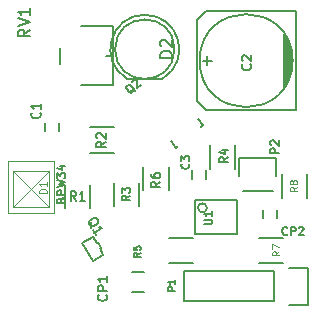
<source format=gto>
G04 #@! TF.FileFunction,Legend,Top*
%FSLAX46Y46*%
G04 Gerber Fmt 4.6, Leading zero omitted, Abs format (unit mm)*
G04 Created by KiCad (PCBNEW 4.0.0-rc1-stable) date Mon 04 Apr 2016 11:20:45 PM PDT*
%MOMM*%
G01*
G04 APERTURE LIST*
%ADD10C,0.100000*%
%ADD11C,0.150000*%
%ADD12C,0.175000*%
%ADD13C,0.200000*%
G04 APERTURE END LIST*
D10*
D11*
X180976275Y-123787019D02*
X181426895Y-124324047D01*
X181426895Y-124324047D02*
X181236211Y-124484050D01*
X179282752Y-126123197D02*
X179129037Y-126252178D01*
X179129037Y-126252178D02*
X178678418Y-125715151D01*
X184258000Y-130697000D02*
X184258000Y-133523000D01*
X184258000Y-133523000D02*
X180702000Y-133523000D01*
X180702000Y-133523000D02*
X180702000Y-130697000D01*
X180702000Y-130697000D02*
X184258000Y-130697000D01*
X181718000Y-131332000D02*
G75*
G03X181718000Y-131332000I-381000J0D01*
G01*
X186440000Y-132180000D02*
X186440000Y-131480000D01*
X187640000Y-131480000D02*
X187640000Y-132180000D01*
X175370000Y-138440000D02*
X176370000Y-138440000D01*
X176370000Y-136740000D02*
X175370000Y-136740000D01*
X168030000Y-124840000D02*
X168030000Y-124140000D01*
X169230000Y-124140000D02*
X169230000Y-124840000D01*
X188850000Y-119886000D02*
X188850000Y-117854000D01*
X188723000Y-117473000D02*
X188723000Y-120267000D01*
X188596000Y-120521000D02*
X188596000Y-117219000D01*
X188469000Y-116965000D02*
X188469000Y-120775000D01*
X188342000Y-116838000D02*
X188342000Y-120902000D01*
X188215000Y-121156000D02*
X188215000Y-116584000D01*
X189231000Y-123061000D02*
X189231000Y-114679000D01*
X189231000Y-114679000D02*
X181611000Y-114679000D01*
X181611000Y-114679000D02*
X180849000Y-115441000D01*
X180849000Y-115441000D02*
X180849000Y-122299000D01*
X180849000Y-122299000D02*
X181611000Y-123061000D01*
X181611000Y-123061000D02*
X189231000Y-123061000D01*
X181357000Y-118870000D02*
X182119000Y-118870000D01*
X181738000Y-119251000D02*
X181738000Y-118489000D01*
X188977000Y-118870000D02*
G75*
G03X188977000Y-118870000I-3937000J0D01*
G01*
X181620000Y-128150000D02*
X181620000Y-128850000D01*
X180420000Y-128850000D02*
X180420000Y-128150000D01*
D10*
X168790720Y-127360020D02*
X168790720Y-131759300D01*
X168790720Y-131759300D02*
X164889280Y-131759300D01*
X164889280Y-131759300D02*
X164889280Y-127360020D01*
X164889280Y-127360000D02*
X168790720Y-127360000D01*
X165338860Y-128238860D02*
X168341140Y-131241140D01*
X168341140Y-128238860D02*
X165338860Y-131241140D01*
X168341140Y-128238860D02*
X168341140Y-131241140D01*
X168341140Y-131241140D02*
X165338860Y-131241140D01*
X165338860Y-131241140D02*
X165338860Y-128238860D01*
X165338860Y-128238860D02*
X168341140Y-128238860D01*
D11*
X177984904Y-120384888D02*
G75*
G03X174960000Y-120400000I-1524904J2484888D01*
G01*
X177960000Y-120400000D02*
X174960000Y-120400000D01*
X178977936Y-117900000D02*
G75*
G03X178977936Y-117900000I-2517936J0D01*
G01*
X171825000Y-129360000D02*
X171825000Y-131360000D01*
X169675000Y-131360000D02*
X169675000Y-129360000D01*
X171820000Y-124505000D02*
X173820000Y-124505000D01*
X173820000Y-126655000D02*
X171820000Y-126655000D01*
X173835000Y-131190000D02*
X173835000Y-129190000D01*
X175985000Y-129190000D02*
X175985000Y-131190000D01*
X184115000Y-126020000D02*
X184115000Y-128020000D01*
X181965000Y-128020000D02*
X181965000Y-126020000D01*
X180530000Y-136015000D02*
X178530000Y-136015000D01*
X178530000Y-133865000D02*
X180530000Y-133865000D01*
X176345000Y-129860000D02*
X176345000Y-127860000D01*
X178495000Y-127860000D02*
X178495000Y-129860000D01*
X188140000Y-136035000D02*
X186140000Y-136035000D01*
X186140000Y-133885000D02*
X188140000Y-133885000D01*
X190195000Y-128460000D02*
X190195000Y-130460000D01*
X188045000Y-130460000D02*
X188045000Y-128460000D01*
X173780240Y-118460000D02*
X173180800Y-118460000D01*
X173780240Y-120959360D02*
X173780240Y-115960640D01*
X169279360Y-119161040D02*
X169279360Y-117758960D01*
X171080220Y-120959360D02*
X173780240Y-120959360D01*
X173780240Y-115960640D02*
X171080220Y-115960640D01*
X187570000Y-127110000D02*
X187570000Y-128660000D01*
X184470000Y-128660000D02*
X184470000Y-127110000D01*
X184470000Y-127110000D02*
X187570000Y-127110000D01*
X184750000Y-129930000D02*
X187290000Y-129930000D01*
X187420000Y-136710000D02*
X179800000Y-136710000D01*
X187420000Y-139250000D02*
X179800000Y-139250000D01*
X190240000Y-139530000D02*
X188690000Y-139530000D01*
X179800000Y-136710000D02*
X179800000Y-139250000D01*
X187420000Y-139250000D02*
X187420000Y-136710000D01*
X188690000Y-136430000D02*
X190240000Y-136430000D01*
X190240000Y-136430000D02*
X190240000Y-139530000D01*
X172380750Y-134324174D02*
X172063250Y-133774247D01*
X172063250Y-133774247D02*
X171183368Y-134282247D01*
X172072368Y-135822041D02*
X172952250Y-135314041D01*
X172952250Y-135314041D02*
X172634750Y-134764114D01*
X172490735Y-134260674D02*
X172380750Y-134324174D01*
X172634750Y-134764114D02*
X172744735Y-134700614D01*
X171183368Y-134282247D02*
X172072368Y-135822041D01*
X172744735Y-134700614D02*
X172490735Y-134260674D01*
D12*
X175682984Y-121393679D02*
X175610489Y-121410996D01*
X175516566Y-121402779D01*
X175375683Y-121390454D01*
X175303187Y-121407772D01*
X175252118Y-121450624D01*
X175384784Y-121556872D02*
X175312287Y-121574189D01*
X175218366Y-121565972D01*
X175107125Y-121485259D01*
X174957142Y-121306516D01*
X174896972Y-121182950D01*
X174905189Y-121089028D01*
X174934833Y-121020641D01*
X175036972Y-120934936D01*
X175109467Y-120917618D01*
X175203390Y-120925835D01*
X175314629Y-121006548D01*
X175464613Y-121185292D01*
X175524784Y-121308857D01*
X175516566Y-121402779D01*
X175486923Y-121471167D01*
X175384784Y-121556872D01*
X175411776Y-120707464D02*
X175415885Y-120660503D01*
X175445528Y-120592116D01*
X175573203Y-120484985D01*
X175645699Y-120467667D01*
X175692659Y-120471775D01*
X175761046Y-120501419D01*
X175803899Y-120552489D01*
X175842643Y-120650519D01*
X175793341Y-121214052D01*
X176125293Y-120935511D01*
D11*
X181456667Y-132723333D02*
X182023333Y-132723333D01*
X182090000Y-132690000D01*
X182123333Y-132656667D01*
X182156667Y-132590000D01*
X182156667Y-132456667D01*
X182123333Y-132390000D01*
X182090000Y-132356667D01*
X182023333Y-132323333D01*
X181456667Y-132323333D01*
X182156667Y-131623334D02*
X182156667Y-132023334D01*
X182156667Y-131823334D02*
X181456667Y-131823334D01*
X181556667Y-131890000D01*
X181623333Y-131956667D01*
X181656667Y-132023334D01*
D12*
X188543334Y-133580000D02*
X188510000Y-133613333D01*
X188410000Y-133646667D01*
X188343334Y-133646667D01*
X188243334Y-133613333D01*
X188176667Y-133546667D01*
X188143334Y-133480000D01*
X188110000Y-133346667D01*
X188110000Y-133246667D01*
X188143334Y-133113333D01*
X188176667Y-133046667D01*
X188243334Y-132980000D01*
X188343334Y-132946667D01*
X188410000Y-132946667D01*
X188510000Y-132980000D01*
X188543334Y-133013333D01*
X188843334Y-133646667D02*
X188843334Y-132946667D01*
X189110000Y-132946667D01*
X189176667Y-132980000D01*
X189210000Y-133013333D01*
X189243334Y-133080000D01*
X189243334Y-133180000D01*
X189210000Y-133246667D01*
X189176667Y-133280000D01*
X189110000Y-133313333D01*
X188843334Y-133313333D01*
X189510000Y-133013333D02*
X189543334Y-132980000D01*
X189610000Y-132946667D01*
X189776667Y-132946667D01*
X189843334Y-132980000D01*
X189876667Y-133013333D01*
X189910000Y-133080000D01*
X189910000Y-133146667D01*
X189876667Y-133246667D01*
X189476667Y-133646667D01*
X189910000Y-133646667D01*
D11*
X173205714Y-138683333D02*
X173243810Y-138721428D01*
X173281905Y-138835714D01*
X173281905Y-138911904D01*
X173243810Y-139026190D01*
X173167619Y-139102381D01*
X173091429Y-139140476D01*
X172939048Y-139178571D01*
X172824762Y-139178571D01*
X172672381Y-139140476D01*
X172596190Y-139102381D01*
X172520000Y-139026190D01*
X172481905Y-138911904D01*
X172481905Y-138835714D01*
X172520000Y-138721428D01*
X172558095Y-138683333D01*
X173281905Y-138340476D02*
X172481905Y-138340476D01*
X172481905Y-138035714D01*
X172520000Y-137959523D01*
X172558095Y-137921428D01*
X172634286Y-137883333D01*
X172748571Y-137883333D01*
X172824762Y-137921428D01*
X172862857Y-137959523D01*
X172900952Y-138035714D01*
X172900952Y-138340476D01*
X173281905Y-137121428D02*
X173281905Y-137578571D01*
X173281905Y-137350000D02*
X172481905Y-137350000D01*
X172596190Y-137426190D01*
X172672381Y-137502381D01*
X172710476Y-137578571D01*
X167555714Y-123263333D02*
X167593810Y-123301428D01*
X167631905Y-123415714D01*
X167631905Y-123491904D01*
X167593810Y-123606190D01*
X167517619Y-123682381D01*
X167441429Y-123720476D01*
X167289048Y-123758571D01*
X167174762Y-123758571D01*
X167022381Y-123720476D01*
X166946190Y-123682381D01*
X166870000Y-123606190D01*
X166831905Y-123491904D01*
X166831905Y-123415714D01*
X166870000Y-123301428D01*
X166908095Y-123263333D01*
X167631905Y-122501428D02*
X167631905Y-122958571D01*
X167631905Y-122730000D02*
X166831905Y-122730000D01*
X166946190Y-122806190D01*
X167022381Y-122882381D01*
X167060476Y-122958571D01*
X185385714Y-119163333D02*
X185423810Y-119201428D01*
X185461905Y-119315714D01*
X185461905Y-119391904D01*
X185423810Y-119506190D01*
X185347619Y-119582381D01*
X185271429Y-119620476D01*
X185119048Y-119658571D01*
X185004762Y-119658571D01*
X184852381Y-119620476D01*
X184776190Y-119582381D01*
X184700000Y-119506190D01*
X184661905Y-119391904D01*
X184661905Y-119315714D01*
X184700000Y-119201428D01*
X184738095Y-119163333D01*
X184738095Y-118858571D02*
X184700000Y-118820476D01*
X184661905Y-118744285D01*
X184661905Y-118553809D01*
X184700000Y-118477619D01*
X184738095Y-118439523D01*
X184814286Y-118401428D01*
X184890476Y-118401428D01*
X185004762Y-118439523D01*
X185461905Y-118896666D01*
X185461905Y-118401428D01*
D12*
X180170000Y-127596666D02*
X180203333Y-127630000D01*
X180236667Y-127730000D01*
X180236667Y-127796666D01*
X180203333Y-127896666D01*
X180136667Y-127963333D01*
X180070000Y-127996666D01*
X179936667Y-128030000D01*
X179836667Y-128030000D01*
X179703333Y-127996666D01*
X179636667Y-127963333D01*
X179570000Y-127896666D01*
X179536667Y-127796666D01*
X179536667Y-127730000D01*
X179570000Y-127630000D01*
X179603333Y-127596666D01*
X179536667Y-127363333D02*
X179536667Y-126930000D01*
X179803333Y-127163333D01*
X179803333Y-127063333D01*
X179836667Y-126996666D01*
X179870000Y-126963333D01*
X179936667Y-126930000D01*
X180103333Y-126930000D01*
X180170000Y-126963333D01*
X180203333Y-126996666D01*
X180236667Y-127063333D01*
X180236667Y-127263333D01*
X180203333Y-127330000D01*
X180170000Y-127363333D01*
D10*
X168141429Y-130082857D02*
X167541429Y-130082857D01*
X167541429Y-129940000D01*
X167570000Y-129854285D01*
X167627143Y-129797143D01*
X167684286Y-129768571D01*
X167798571Y-129740000D01*
X167884286Y-129740000D01*
X167998571Y-129768571D01*
X168055714Y-129797143D01*
X168112857Y-129854285D01*
X168141429Y-129940000D01*
X168141429Y-130082857D01*
X168141429Y-129168571D02*
X168141429Y-129511428D01*
X168141429Y-129340000D02*
X167541429Y-129340000D01*
X167627143Y-129397143D01*
X167684286Y-129454285D01*
X167712857Y-129511428D01*
D12*
X169360000Y-130706667D02*
X169393333Y-130606667D01*
X169426667Y-130573334D01*
X169493333Y-130540000D01*
X169593333Y-130540000D01*
X169660000Y-130573334D01*
X169693333Y-130606667D01*
X169726667Y-130673334D01*
X169726667Y-130940000D01*
X169026667Y-130940000D01*
X169026667Y-130706667D01*
X169060000Y-130640000D01*
X169093333Y-130606667D01*
X169160000Y-130573334D01*
X169226667Y-130573334D01*
X169293333Y-130606667D01*
X169326667Y-130640000D01*
X169360000Y-130706667D01*
X169360000Y-130940000D01*
X169726667Y-130240000D02*
X169026667Y-130240000D01*
X169026667Y-129973334D01*
X169060000Y-129906667D01*
X169093333Y-129873334D01*
X169160000Y-129840000D01*
X169260000Y-129840000D01*
X169326667Y-129873334D01*
X169360000Y-129906667D01*
X169393333Y-129973334D01*
X169393333Y-130240000D01*
X169026667Y-129606667D02*
X169726667Y-129440000D01*
X169226667Y-129306667D01*
X169726667Y-129173334D01*
X169026667Y-129006667D01*
X169026667Y-128806667D02*
X169026667Y-128373334D01*
X169293333Y-128606667D01*
X169293333Y-128506667D01*
X169326667Y-128440000D01*
X169360000Y-128406667D01*
X169426667Y-128373334D01*
X169593333Y-128373334D01*
X169660000Y-128406667D01*
X169693333Y-128440000D01*
X169726667Y-128506667D01*
X169726667Y-128706667D01*
X169693333Y-128773334D01*
X169660000Y-128806667D01*
X169260000Y-127773333D02*
X169726667Y-127773333D01*
X168993333Y-127940000D02*
X169493333Y-128106667D01*
X169493333Y-127673333D01*
D11*
X178762381Y-118618095D02*
X177762381Y-118618095D01*
X177762381Y-118380000D01*
X177810000Y-118237142D01*
X177905238Y-118141904D01*
X178000476Y-118094285D01*
X178190952Y-118046666D01*
X178333810Y-118046666D01*
X178524286Y-118094285D01*
X178619524Y-118141904D01*
X178714762Y-118237142D01*
X178762381Y-118380000D01*
X178762381Y-118618095D01*
X177857619Y-117665714D02*
X177810000Y-117618095D01*
X177762381Y-117522857D01*
X177762381Y-117284761D01*
X177810000Y-117189523D01*
X177857619Y-117141904D01*
X177952857Y-117094285D01*
X178048095Y-117094285D01*
X178190952Y-117141904D01*
X178762381Y-117713333D01*
X178762381Y-117094285D01*
X170636667Y-130741905D02*
X170370000Y-130360952D01*
X170179524Y-130741905D02*
X170179524Y-129941905D01*
X170484286Y-129941905D01*
X170560477Y-129980000D01*
X170598572Y-130018095D01*
X170636667Y-130094286D01*
X170636667Y-130208571D01*
X170598572Y-130284762D01*
X170560477Y-130322857D01*
X170484286Y-130360952D01*
X170179524Y-130360952D01*
X171398572Y-130741905D02*
X170941429Y-130741905D01*
X171170000Y-130741905D02*
X171170000Y-129941905D01*
X171093810Y-130056190D01*
X171017619Y-130132381D01*
X170941429Y-130170476D01*
X173161905Y-125743333D02*
X172780952Y-126010000D01*
X173161905Y-126200476D02*
X172361905Y-126200476D01*
X172361905Y-125895714D01*
X172400000Y-125819523D01*
X172438095Y-125781428D01*
X172514286Y-125743333D01*
X172628571Y-125743333D01*
X172704762Y-125781428D01*
X172742857Y-125819523D01*
X172780952Y-125895714D01*
X172780952Y-126200476D01*
X172438095Y-125438571D02*
X172400000Y-125400476D01*
X172361905Y-125324285D01*
X172361905Y-125133809D01*
X172400000Y-125057619D01*
X172438095Y-125019523D01*
X172514286Y-124981428D01*
X172590476Y-124981428D01*
X172704762Y-125019523D01*
X173161905Y-125476666D01*
X173161905Y-124981428D01*
D12*
X175216667Y-130296666D02*
X174883333Y-130530000D01*
X175216667Y-130696666D02*
X174516667Y-130696666D01*
X174516667Y-130430000D01*
X174550000Y-130363333D01*
X174583333Y-130330000D01*
X174650000Y-130296666D01*
X174750000Y-130296666D01*
X174816667Y-130330000D01*
X174850000Y-130363333D01*
X174883333Y-130430000D01*
X174883333Y-130696666D01*
X174516667Y-130063333D02*
X174516667Y-129630000D01*
X174783333Y-129863333D01*
X174783333Y-129763333D01*
X174816667Y-129696666D01*
X174850000Y-129663333D01*
X174916667Y-129630000D01*
X175083333Y-129630000D01*
X175150000Y-129663333D01*
X175183333Y-129696666D01*
X175216667Y-129763333D01*
X175216667Y-129963333D01*
X175183333Y-130030000D01*
X175150000Y-130063333D01*
X183476667Y-127026666D02*
X183143333Y-127260000D01*
X183476667Y-127426666D02*
X182776667Y-127426666D01*
X182776667Y-127160000D01*
X182810000Y-127093333D01*
X182843333Y-127060000D01*
X182910000Y-127026666D01*
X183010000Y-127026666D01*
X183076667Y-127060000D01*
X183110000Y-127093333D01*
X183143333Y-127160000D01*
X183143333Y-127426666D01*
X183010000Y-126426666D02*
X183476667Y-126426666D01*
X182743333Y-126593333D02*
X183243333Y-126760000D01*
X183243333Y-126326666D01*
D11*
X176121429Y-135160000D02*
X175835714Y-135360000D01*
X176121429Y-135502857D02*
X175521429Y-135502857D01*
X175521429Y-135274285D01*
X175550000Y-135217143D01*
X175578571Y-135188571D01*
X175635714Y-135160000D01*
X175721429Y-135160000D01*
X175778571Y-135188571D01*
X175807143Y-135217143D01*
X175835714Y-135274285D01*
X175835714Y-135502857D01*
X175521429Y-134617143D02*
X175521429Y-134902857D01*
X175807143Y-134931428D01*
X175778571Y-134902857D01*
X175750000Y-134845714D01*
X175750000Y-134702857D01*
X175778571Y-134645714D01*
X175807143Y-134617143D01*
X175864286Y-134588571D01*
X176007143Y-134588571D01*
X176064286Y-134617143D01*
X176092857Y-134645714D01*
X176121429Y-134702857D01*
X176121429Y-134845714D01*
X176092857Y-134902857D01*
X176064286Y-134931428D01*
D13*
X177761905Y-129133333D02*
X177380952Y-129400000D01*
X177761905Y-129590476D02*
X176961905Y-129590476D01*
X176961905Y-129285714D01*
X177000000Y-129209523D01*
X177038095Y-129171428D01*
X177114286Y-129133333D01*
X177228571Y-129133333D01*
X177304762Y-129171428D01*
X177342857Y-129209523D01*
X177380952Y-129285714D01*
X177380952Y-129590476D01*
X176961905Y-128447619D02*
X176961905Y-128600000D01*
X177000000Y-128676190D01*
X177038095Y-128714285D01*
X177152381Y-128790476D01*
X177304762Y-128828571D01*
X177609524Y-128828571D01*
X177685714Y-128790476D01*
X177723810Y-128752381D01*
X177761905Y-128676190D01*
X177761905Y-128523809D01*
X177723810Y-128447619D01*
X177685714Y-128409523D01*
X177609524Y-128371428D01*
X177419048Y-128371428D01*
X177342857Y-128409523D01*
X177304762Y-128447619D01*
X177266667Y-128523809D01*
X177266667Y-128676190D01*
X177304762Y-128752381D01*
X177342857Y-128790476D01*
X177419048Y-128828571D01*
D10*
X187861429Y-135010000D02*
X187575714Y-135210000D01*
X187861429Y-135352857D02*
X187261429Y-135352857D01*
X187261429Y-135124285D01*
X187290000Y-135067143D01*
X187318571Y-135038571D01*
X187375714Y-135010000D01*
X187461429Y-135010000D01*
X187518571Y-135038571D01*
X187547143Y-135067143D01*
X187575714Y-135124285D01*
X187575714Y-135352857D01*
X187261429Y-134810000D02*
X187261429Y-134410000D01*
X187861429Y-134667143D01*
X189341429Y-129580000D02*
X189055714Y-129780000D01*
X189341429Y-129922857D02*
X188741429Y-129922857D01*
X188741429Y-129694285D01*
X188770000Y-129637143D01*
X188798571Y-129608571D01*
X188855714Y-129580000D01*
X188941429Y-129580000D01*
X188998571Y-129608571D01*
X189027143Y-129637143D01*
X189055714Y-129694285D01*
X189055714Y-129922857D01*
X188998571Y-129237143D02*
X188970000Y-129294285D01*
X188941429Y-129322857D01*
X188884286Y-129351428D01*
X188855714Y-129351428D01*
X188798571Y-129322857D01*
X188770000Y-129294285D01*
X188741429Y-129237143D01*
X188741429Y-129122857D01*
X188770000Y-129065714D01*
X188798571Y-129037143D01*
X188855714Y-129008571D01*
X188884286Y-129008571D01*
X188941429Y-129037143D01*
X188970000Y-129065714D01*
X188998571Y-129122857D01*
X188998571Y-129237143D01*
X189027143Y-129294285D01*
X189055714Y-129322857D01*
X189112857Y-129351428D01*
X189227143Y-129351428D01*
X189284286Y-129322857D01*
X189312857Y-129294285D01*
X189341429Y-129237143D01*
X189341429Y-129122857D01*
X189312857Y-129065714D01*
X189284286Y-129037143D01*
X189227143Y-129008571D01*
X189112857Y-129008571D01*
X189055714Y-129037143D01*
X189027143Y-129065714D01*
X188998571Y-129122857D01*
D11*
X166722381Y-116245238D02*
X166246190Y-116578572D01*
X166722381Y-116816667D02*
X165722381Y-116816667D01*
X165722381Y-116435714D01*
X165770000Y-116340476D01*
X165817619Y-116292857D01*
X165912857Y-116245238D01*
X166055714Y-116245238D01*
X166150952Y-116292857D01*
X166198571Y-116340476D01*
X166246190Y-116435714D01*
X166246190Y-116816667D01*
X165722381Y-115959524D02*
X166722381Y-115626191D01*
X165722381Y-115292857D01*
X166722381Y-114435714D02*
X166722381Y-115007143D01*
X166722381Y-114721429D02*
X165722381Y-114721429D01*
X165865238Y-114816667D01*
X165960476Y-114911905D01*
X166008095Y-115007143D01*
D12*
X187786667Y-126696666D02*
X187086667Y-126696666D01*
X187086667Y-126430000D01*
X187120000Y-126363333D01*
X187153333Y-126330000D01*
X187220000Y-126296666D01*
X187320000Y-126296666D01*
X187386667Y-126330000D01*
X187420000Y-126363333D01*
X187453333Y-126430000D01*
X187453333Y-126696666D01*
X187153333Y-126030000D02*
X187120000Y-125996666D01*
X187086667Y-125930000D01*
X187086667Y-125763333D01*
X187120000Y-125696666D01*
X187153333Y-125663333D01*
X187220000Y-125630000D01*
X187286667Y-125630000D01*
X187386667Y-125663333D01*
X187786667Y-126063333D01*
X187786667Y-125630000D01*
D11*
X179031429Y-138332857D02*
X178431429Y-138332857D01*
X178431429Y-138104285D01*
X178460000Y-138047143D01*
X178488571Y-138018571D01*
X178545714Y-137990000D01*
X178631429Y-137990000D01*
X178688571Y-138018571D01*
X178717143Y-138047143D01*
X178745714Y-138104285D01*
X178745714Y-138332857D01*
X179031429Y-137418571D02*
X179031429Y-137761428D01*
X179031429Y-137590000D02*
X178431429Y-137590000D01*
X178517143Y-137647143D01*
X178574286Y-137704285D01*
X178602857Y-137761428D01*
X171871242Y-133033870D02*
X171866137Y-132948839D01*
X171894025Y-132844762D01*
X171935856Y-132688644D01*
X171930752Y-132603613D01*
X171892657Y-132537631D01*
X171746748Y-132665860D02*
X171741644Y-132580830D01*
X171769532Y-132476751D01*
X171882450Y-132367569D01*
X172113390Y-132234236D01*
X172264404Y-132191037D01*
X172368482Y-132218925D01*
X172439568Y-132265860D01*
X172515758Y-132397826D01*
X172520863Y-132482857D01*
X172492975Y-132586934D01*
X172380057Y-132696116D01*
X172149116Y-132829449D01*
X171998103Y-132872649D01*
X171894025Y-132844762D01*
X171822938Y-132797826D01*
X171746748Y-132665860D01*
X172299129Y-133622612D02*
X172070557Y-133226715D01*
X172184843Y-133424663D02*
X172877663Y-133024663D01*
X172740594Y-133015823D01*
X172636515Y-132987935D01*
X172565429Y-132941000D01*
M02*

</source>
